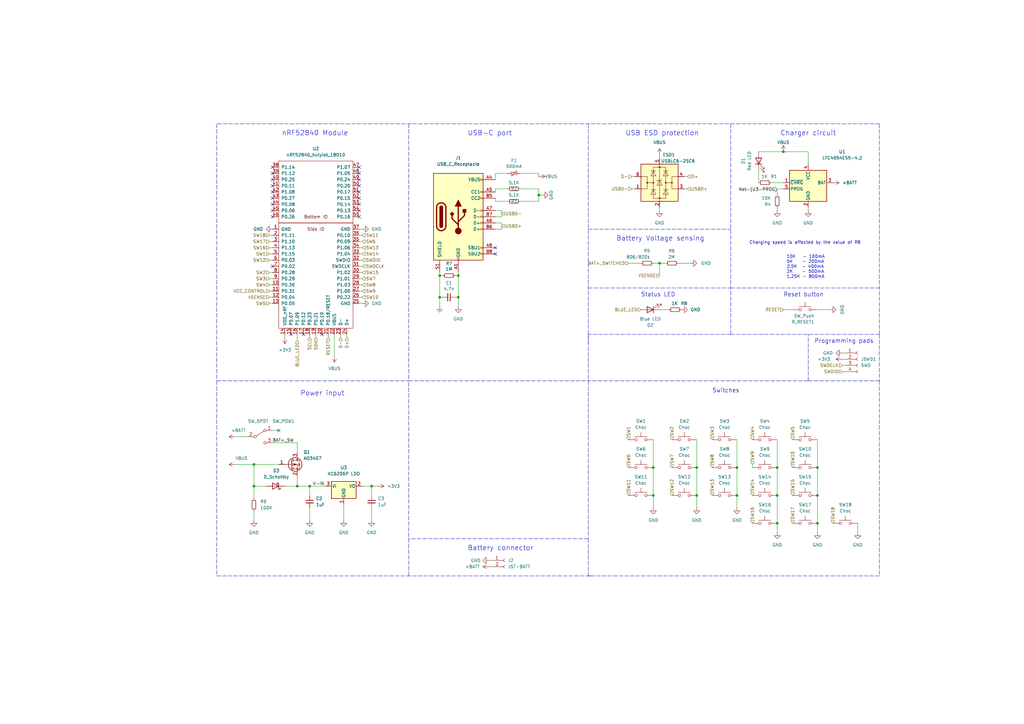
<source format=kicad_sch>
(kicad_sch (version 20230121) (generator eeschema)
  (paper "A3")
  (lib_symbols
    (symbol "Battery_Management:LTC4054ES5-4.2" (pin_names (offset 0.254))
      (property "Reference" "U" (at -5.842 6.604 0))
      (property "Value" "LTC4054ES5-4.2" (at 1.524 6.604 0))
      (symbol "LTC4054ES5-4.2_1_1"
        (pin open_collector line (at -10.16 0 0) (length 2.54) (name "~{CHRG}") (number "1"))
        (pin power_in line (at 0 -10.16 90) (length 2.54) (name "GND") (number "2"))
        (pin power_out line (at 10.16 0 180) (length 2.54) (name "BAT") (number "3"))
        (pin power_in line (at 0 7.62 270) (length 2.54) (name "VCC") (number "4"))
        (pin bidirectional line (at -10.16 -2.54 0) (length 2.54) (name "PROG") (number "5"))
      )
    )
    (symbol "Connector:Conn_01x02_Female" (pin_names (offset 1.016) hide)
      (property "Reference" "J" (at 0 2.54 0))
      (property "Value" "Conn_01x02_Female" (at 0 -5.08 0))
      (symbol "Conn_01x02_Female_1_1"
        (pin passive line (at -5.08 0 0) (length 3.81) (name "Pin_1") (number "1"))
        (pin passive line (at -5.08 -2.54 0) (length 3.81) (name "Pin_2") (number "2"))
      )
    )
    (symbol "Connector:Conn_01x04_Female" (pin_names (offset 1.016) hide)
      (property "Reference" "J" (at 0 5.08 0))
      (property "Value" "Conn_01x04_Female" (at 0 -7.62 0))
      (symbol "Conn_01x04_Female_1_1"
        (pin passive line (at -5.08 2.54 0) (length 3.81) (name "Pin_1") (number "1"))
        (pin passive line (at -5.08 0 0) (length 3.81) (name "Pin_2") (number "2"))
        (pin passive line (at -5.08 -2.54 0) (length 3.81) (name "Pin_3") (number "3"))
        (pin passive line (at -5.08 -5.08 0) (length 3.81) (name "Pin_4") (number "4"))
      )
    )
    (symbol "Connector:USB_C_Receptacle_USB2.0" (pin_names (offset 1.016))
      (property "Reference" "J" (at -10.16 19.05 0))
      (property "Value" "USB_C_Receptacle_USB2.0" (at 19.05 19.05 0))
      (symbol "USB_C_Receptacle_USB2.0_1_1"
        (pin passive line (at 0 -22.86 90) (length 5.08) (name "GND") (number "A1"))
        (pin passive line (at 0 -22.86 90) (length 5.08) hide (name "GND") (number "A12"))
        (pin passive line (at 15.24 15.24 180) (length 5.08) (name "VBUS") (number "A4"))
        (pin bidirectional line (at 15.24 10.16 180) (length 5.08) (name "CC1") (number "A5"))
        (pin bidirectional line (at 15.24 -2.54 180) (length 5.08) (name "D+") (number "A6"))
        (pin bidirectional line (at 15.24 2.54 180) (length 5.08) (name "D-") (number "A7"))
        (pin bidirectional line (at 15.24 -12.7 180) (length 5.08) (name "SBU1") (number "A8"))
        (pin passive line (at 15.24 15.24 180) (length 5.08) hide (name "VBUS") (number "A9"))
        (pin passive line (at 0 -22.86 90) (length 5.08) hide (name "GND") (number "B1"))
        (pin passive line (at 0 -22.86 90) (length 5.08) hide (name "GND") (number "B12"))
        (pin passive line (at 15.24 15.24 180) (length 5.08) hide (name "VBUS") (number "B4"))
        (pin bidirectional line (at 15.24 7.62 180) (length 5.08) (name "CC2") (number "B5"))
        (pin bidirectional line (at 15.24 -5.08 180) (length 5.08) (name "D+") (number "B6"))
        (pin bidirectional line (at 15.24 0 180) (length 5.08) (name "D-") (number "B7"))
        (pin bidirectional line (at 15.24 -15.24 180) (length 5.08) (name "SBU2") (number "B8"))
        (pin passive line (at 15.24 15.24 180) (length 5.08) hide (name "VBUS") (number "B9"))
        (pin passive line (at -7.62 -22.86 90) (length 5.08) (name "SHIELD") (number "S1"))
      )
    )
    (symbol "Device:C_Small" (pin_numbers hide) (pin_names (offset 0.254) hide)
      (property "Reference" "C" (at 0.254 1.778 0))
      (property "Value" "C_Small" (at 0.254 -2.032 0))
      (symbol "C_Small_1_1"
        (pin passive line (at 0 2.54 270) (length 2.032) (name "~") (number "1"))
        (pin passive line (at 0 -2.54 90) (length 2.032) (name "~") (number "2"))
      )
    )
    (symbol "Device:D_Schottky" (pin_numbers hide) (pin_names (offset 1.016) hide)
      (property "Reference" "D" (at 0 2.54 0))
      (property "Value" "D_Schottky" (at 0 -2.54 0))
      (symbol "D_Schottky_1_1"
        (pin passive line (at -3.81 0 0) (length 2.54) (name "K") (number "1"))
        (pin passive line (at 3.81 0 180) (length 2.54) (name "A") (number "2"))
      )
    )
    (symbol "Device:LED" (pin_numbers hide) (pin_names (offset 1.016) hide)
      (property "Reference" "D" (at 0 2.54 0))
      (property "Value" "LED" (at 0 -2.54 0))
      (symbol "LED_1_1"
        (pin passive line (at -3.81 0 0) (length 2.54) (name "K") (number "1"))
        (pin passive line (at 3.81 0 180) (length 2.54) (name "A") (number "2"))
      )
    )
    (symbol "Device:Polyfuse_Small" (pin_numbers hide) (pin_names (offset 0))
      (property "Reference" "F" (at -1.905 0 90))
      (property "Value" "Polyfuse_Small" (at 1.905 0 90))
      (symbol "Polyfuse_Small_1_1"
        (pin passive line (at 0 2.54 270) (length 0.635) (name "~") (number "1"))
        (pin passive line (at 0 -2.54 90) (length 0.635) (name "~") (number "2"))
      )
    )
    (symbol "Device:R_Small" (pin_numbers hide) (pin_names (offset 0.254) hide)
      (property "Reference" "R" (at 0.762 0.508 0))
      (property "Value" "R_Small" (at 0.762 -1.016 0))
      (symbol "R_Small_1_1"
        (pin passive line (at 0 2.54 270) (length 0.762) (name "~") (number "1"))
        (pin passive line (at 0 -2.54 90) (length 0.762) (name "~") (number "2"))
      )
    )
    (symbol "Power_Protection:USBLC6-2SC6" (pin_names hide)
      (property "Reference" "U" (at 2.54 8.89 0))
      (property "Value" "USBLC6-2SC6" (at 2.54 -8.89 0))
      (symbol "USBLC6-2SC6_1_1"
        (pin passive line (at -10.16 -2.54 0) (length 2.54) (name "I/O1") (number "1"))
        (pin passive line (at 0 -10.16 90) (length 2.54) (name "GND") (number "2"))
        (pin passive line (at 10.16 -2.54 180) (length 2.54) (name "I/O2") (number "3"))
        (pin passive line (at 10.16 2.54 180) (length 2.54) (name "I/O2") (number "4"))
        (pin passive line (at 0 10.16 270) (length 2.54) (name "VBUS") (number "5"))
        (pin passive line (at -10.16 2.54 0) (length 2.54) (name "I/O1") (number "6"))
      )
    )
    (symbol "Switch:SW_Push" (pin_numbers hide) (pin_names (offset 1.016) hide)
      (property "Reference" "SW" (at 1.27 2.54 0))
      (property "Value" "SW_Push" (at 0 -1.524 0))
      (symbol "SW_Push_0_1"
        (pin passive line (at -5.08 0 0) (length 2.54) (name "1") (number "1"))
        (pin passive line (at 5.08 0 180) (length 2.54) (name "2") (number "2"))
      )
    )
    (symbol "Switch:SW_SPDT" (pin_names (offset 0) hide)
      (property "Reference" "SW" (at 0 4.318 0))
      (property "Value" "SW_SPDT" (at 0 -5.08 0))
      (symbol "SW_SPDT_1_1"
        (pin passive line (at 5.08 2.54 180) (length 2.54) (name "A") (number "1"))
        (pin passive line (at -5.08 0 0) (length 2.54) (name "B") (number "2"))
        (pin passive line (at 5.08 -2.54 180) (length 2.54) (name "C") (number "3"))
      )
    )
    (symbol "Transistor_FET:AO3401A" (pin_names hide)
      (property "Reference" "Q" (at 5.08 1.905 0))
      (property "Value" "AO3401A" (at 5.08 0 0))
      (symbol "AO3401A_1_1"
        (pin input line (at -5.08 0 0) (length 2.54) (name "G") (number "1"))
        (pin passive line (at 2.54 -5.08 90) (length 2.54) (name "S") (number "2"))
        (pin passive line (at 2.54 5.08 270) (length 2.54) (name "D") (number "3"))
      )
    )
    (symbol "kicad-keyboard-parts:XC6206PxxxMR-Regulator_Linear" (pin_names (offset 0.254))
      (property "Reference" "U" (at -3.81 3.175 0))
      (property "Value" "XC6206PxxxMR-Regulator_Linear" (at 0 3.175 0))
      (property "LCSC" "C5446" (at 0 0 0))
      (symbol "XC6206PxxxMR-Regulator_Linear_1_1"
        (pin power_in line (at 0 -7.62 90) (length 2.54) (name "GND") (number "1"))
        (pin power_out line (at 7.62 0 180) (length 2.54) (name "VO") (number "2"))
        (pin power_in line (at -7.62 0 0) (length 2.54) (name "VI") (number "3"))
      )
    )
    (symbol "kicad-keyboard-parts:nRF52840_holyiot_18010" (pin_names (offset 1.016))
      (property "Reference" "U" (at -2.54 39.37 0))
      (property "Value" "nRF52840_holyiot_18010" (at 0 36.83 0))
      (symbol "nRF52840_holyiot_18010_0_0"
        (text "Bottom IO" (at 0 11.43 0) (effects (font (size 1.27 1.27))))
        (text "Side IO" (at 0 6.35 0) (effects (font (size 1.27 1.27))))
      )
      (symbol "nRF52840_holyiot_18010_1_1"
        (pin power_in line (at -17.78 6.35 0) (length 2.54) (name "GND") (number "1"))
        (pin bidirectional line (at -17.78 -16.51 0) (length 2.54) (name "P0.30") (number "10"))
        (pin bidirectional line (at -17.78 -19.05 0) (length 2.54) (name "P0.31") (number "11"))
        (pin bidirectional line (at -17.78 -21.59 0) (length 2.54) (name "P0.04") (number "12"))
        (pin bidirectional line (at -17.78 -24.13 0) (length 2.54) (name "P0.05") (number "13"))
        (pin power_in line (at -12.7 -36.83 90) (length 2.54) (name "VDD_nRF") (number "14"))
        (pin bidirectional line (at -10.16 -36.83 90) (length 2.54) (name "P0.07") (number "15"))
        (pin bidirectional line (at -7.62 -36.83 90) (length 2.54) (name "P1.09") (number "16"))
        (pin bidirectional line (at -5.08 -36.83 90) (length 2.54) (name "P0.12") (number "17"))
        (pin bidirectional line (at -2.54 -36.83 90) (length 2.54) (name "P0.23") (number "18"))
        (pin bidirectional line (at 0 -36.83 90) (length 2.54) (name "P0.21") (number "19"))
        (pin bidirectional line (at -17.78 3.81 0) (length 2.54) (name "P1.11") (number "2"))
        (pin bidirectional line (at 2.54 -36.83 90) (length 2.54) (name "P0.19") (number "20"))
        (pin input line (at 5.08 -36.83 90) (length 2.54) (name "P0.18/RESET") (number "21"))
        (pin power_in line (at 7.62 -36.83 90) (length 2.54) (name "VBUS") (number "22"))
        (pin bidirectional line (at 10.16 -36.83 90) (length 2.54) (name "D-") (number "23"))
        (pin bidirectional line (at 12.7 -36.83 90) (length 2.54) (name "D+") (number "24"))
        (pin power_in line (at 17.78 -24.13 180) (length 2.54) (name "GND") (number "25"))
        (pin bidirectional line (at 17.78 -21.59 180) (length 2.54) (name "P0.22") (number "26"))
        (pin bidirectional line (at 17.78 -19.05 180) (length 2.54) (name "P1.00") (number "27"))
        (pin bidirectional line (at 17.78 -16.51 180) (length 2.54) (name "P1.03") (number "28"))
        (pin bidirectional line (at 17.78 -13.97 180) (length 2.54) (name "P1.01") (number "29"))
        (pin bidirectional line (at -17.78 1.27 0) (length 2.54) (name "P1.10") (number "3"))
        (pin bidirectional line (at 17.78 -11.43 180) (length 2.54) (name "P1.02") (number "30"))
        (pin bidirectional line (at 17.78 -8.89 180) (length 2.54) (name "SWDCLK") (number "31"))
        (pin bidirectional line (at 17.78 -6.35 180) (length 2.54) (name "SWDIO") (number "32"))
        (pin bidirectional line (at 17.78 -3.81 180) (length 2.54) (name "P1.04") (number "33"))
        (pin bidirectional line (at 17.78 -1.27 180) (length 2.54) (name "P1.06") (number "34"))
        (pin bidirectional line (at 17.78 1.27 180) (length 2.54) (name "P0.09") (number "35"))
        (pin bidirectional line (at 17.78 3.81 180) (length 2.54) (name "P0.10") (number "36"))
        (pin power_in line (at 17.78 6.35 180) (length 2.54) (name "GND") (number "37"))
        (pin bidirectional line (at -17.78 31.75 0) (length 2.54) (name "P1.14") (number "38"))
        (pin bidirectional line (at -17.78 29.21 0) (length 2.54) (name "P1.12") (number "39"))
        (pin bidirectional line (at -17.78 -1.27 0) (length 2.54) (name "P1.13") (number "4"))
        (pin bidirectional line (at -17.78 26.67 0) (length 2.54) (name "P0.25") (number "40"))
        (pin bidirectional line (at -17.78 24.13 0) (length 2.54) (name "P0.11") (number "41"))
        (pin bidirectional line (at -17.78 21.59 0) (length 2.54) (name "P1.08") (number "42"))
        (pin bidirectional line (at -17.78 19.05 0) (length 2.54) (name "P0.27") (number "43"))
        (pin bidirectional line (at -17.78 16.51 0) (length 2.54) (name "P0.08") (number "44"))
        (pin bidirectional line (at -17.78 13.97 0) (length 2.54) (name "P0.06") (number "45"))
        (pin bidirectional line (at -17.78 11.43 0) (length 2.54) (name "P0.26") (number "46"))
        (pin bidirectional line (at 17.78 31.75 180) (length 2.54) (name "P1.07") (number "47"))
        (pin bidirectional line (at 17.78 29.21 180) (length 2.54) (name "P1.05") (number "48"))
        (pin bidirectional line (at 17.78 26.67 180) (length 2.54) (name "P0.24") (number "49"))
        (pin bidirectional line (at -17.78 -3.81 0) (length 2.54) (name "P1.15") (number "5"))
        (pin bidirectional line (at 17.78 24.13 180) (length 2.54) (name "P0.20") (number "50"))
        (pin bidirectional line (at 17.78 21.59 180) (length 2.54) (name "P0.17") (number "51"))
        (pin bidirectional line (at 17.78 19.05 180) (length 2.54) (name "P0.15") (number "52"))
        (pin bidirectional line (at 17.78 16.51 180) (length 2.54) (name "P0.14") (number "53"))
        (pin bidirectional line (at 17.78 13.97 180) (length 2.54) (name "P0.13") (number "54"))
        (pin bidirectional line (at 17.78 11.43 180) (length 2.54) (name "P0.16") (number "55"))
        (pin bidirectional line (at -17.78 -6.35 0) (length 2.54) (name "P0.03") (number "6"))
        (pin bidirectional line (at -17.78 -8.89 0) (length 2.54) (name "P0.02") (number "7"))
        (pin bidirectional line (at -17.78 -11.43 0) (length 2.54) (name "P0.28") (number "8"))
        (pin bidirectional line (at -17.78 -13.97 0) (length 2.54) (name "P0.29") (number "9"))
      )
    )
    (symbol "power:+3.3V" (power) (pin_names (offset 0))
      (property "Value" "+3.3V" (at 0 3.556 0))
      (symbol "+3.3V_1_1"
        (pin power_in line (at 0 0 90) (length 0) hide (name "+3V3") (number "1"))
      )
    )
    (symbol "power:+BATT" (power) (pin_names (offset 0))
      (property "Value" "+BATT" (at 0 3.556 0))
      (symbol "+BATT_1_1"
        (pin power_in line (at 0 0 90) (length 0) hide (name "+BATT") (number "1"))
      )
    )
    (symbol "power:Earth" (power) (pin_names (offset 0))
      (symbol "Earth_1_1"
        (pin power_in line (at 0 0 270) (length 0) hide (name "Earth") (number "1"))
      )
    )
    (symbol "power:GND" (power) (pin_names (offset 0))
      (property "Value" "GND" (at 0 -3.81 0))
      (symbol "GND_1_1"
        (pin power_in line (at 0 0 270) (length 0) hide (name "GND") (number "1"))
      )
    )
    (symbol "power:VBUS" (power) (pin_names (offset 0))
      (property "Value" "VBUS" (at 0 3.81 0))
      (symbol "VBUS_1_1"
        (pin power_in line (at 0 0 90) (length 0) hide (name "VBUS") (number "1"))
      )
    )
  )
  (junction (at 104.14 199.39))
  (junction (at 318.77 203.2))
  (junction (at 270.51 107.95))
  (junction (at 187.96 113.03))
  (junction (at 152.4 199.39))
  (junction (at 180.34 121.92))
  (junction (at 220.98 80.01))
  (junction (at 285.75 191.77))
  (junction (at 104.14 190.5))
  (junction (at 335.28 191.77))
  (junction (at 318.77 191.77))
  (junction (at 302.26 203.2))
  (junction (at 267.97 191.77))
  (junction (at 302.26 191.77))
  (junction (at 318.77 214.63))
  (junction (at 267.97 203.2))
  (junction (at 121.92 199.39))
  (junction (at 187.96 121.92))
  (junction (at 335.28 214.63))
  (junction (at 285.75 203.2))
  (junction (at 180.34 113.03))
  (junction (at 127 199.39))
  (junction (at 321.31 62.23))
  (junction (at 335.28 203.2))
  (no_connect (at 111.76 81.28))
  (no_connect (at 124.46 137.16))
  (no_connect (at 147.32 83.82))
  (no_connect (at 111.76 68.58))
  (no_connect (at 147.32 88.9))
  (no_connect (at 111.76 76.2))
  (no_connect (at 111.76 73.66))
  (no_connect (at 147.32 81.28))
  (no_connect (at 119.38 137.16))
  (no_connect (at 203.2 101.6))
  (no_connect (at 111.76 71.12))
  (no_connect (at 111.76 88.9))
  (no_connect (at 147.32 71.12))
  (no_connect (at 147.32 68.58))
  (no_connect (at 111.76 78.74))
  (no_connect (at 132.08 137.16))
  (no_connect (at 147.32 86.36))
  (no_connect (at 111.76 109.22))
  (no_connect (at 203.2 104.14))
  (no_connect (at 147.32 78.74))
  (no_connect (at 111.76 86.36))
  (no_connect (at 111.76 83.82))
  (no_connect (at 114.3 176.53))
  (no_connect (at 147.32 76.2))
  (no_connect (at 147.32 73.66))
  (wire (pts (xy 152.4 208.28) (xy 152.4 213.36)))
  (wire (pts (xy 335.28 127) (xy 340.36 127)))
  (wire (pts (xy 270.51 107.95) (xy 270.51 113.03)))
  (wire (pts (xy 331.47 86.36) (xy 331.47 85.09)))
  (polyline (pts (xy 241.3 50.8) (xy 241.3 156.21)) (stroke (width 0) (type dash)))
  (wire (pts (xy 302.26 180.34) (xy 302.26 191.77)))
  (wire (pts (xy 308.61 190.5) (xy 308.61 191.77)))
  (wire (pts (xy 321.31 62.23) (xy 331.47 62.23)))
  (wire (pts (xy 104.14 213.36) (xy 104.14 209.55)))
  (wire (pts (xy 220.98 77.47) (xy 220.98 80.01)))
  (wire (pts (xy 148.59 121.92) (xy 147.32 121.92)))
  (polyline (pts (xy 241.3 236.22) (xy 242.57 236.22)) (stroke (width 0) (type dash)))
  (wire (pts (xy 345.44 147.32) (xy 346.71 147.32)))
  (polyline (pts (xy 360.68 50.8) (xy 88.9 50.8)) (stroke (width 0) (type dash)))
  (wire (pts (xy 203.2 88.9) (xy 205.74 88.9)))
  (wire (pts (xy 127 138.43) (xy 127 137.16)))
  (wire (pts (xy 187.96 121.92) (xy 187.96 113.03)))
  (wire (pts (xy 180.34 113.03) (xy 181.61 113.03)))
  (polyline (pts (xy 88.9 50.8) (xy 88.9 156.21)) (stroke (width 0) (type dash)))
  (wire (pts (xy 104.14 199.39) (xy 109.22 199.39)))
  (polyline (pts (xy 167.64 236.22) (xy 167.64 156.21)) (stroke (width 0) (type dash)))
  (wire (pts (xy 148.59 111.76) (xy 147.32 111.76)))
  (polyline (pts (xy 331.47 156.21) (xy 241.3 156.21)) (stroke (width 0) (type dash)))
  (polyline (pts (xy 88.9 156.21) (xy 167.64 156.21)) (stroke (width 0) (type dash)))
  (wire (pts (xy 318.77 180.34) (xy 318.77 191.77)))
  (wire (pts (xy 110.49 96.52) (xy 111.76 96.52)))
  (wire (pts (xy 267.97 107.95) (xy 270.51 107.95)))
  (wire (pts (xy 321.31 127) (xy 325.12 127)))
  (wire (pts (xy 152.4 199.39) (xy 152.4 203.2)))
  (wire (pts (xy 205.74 91.44) (xy 205.74 93.98)))
  (wire (pts (xy 104.14 190.5) (xy 104.14 199.39)))
  (wire (pts (xy 203.2 82.55) (xy 203.2 81.28)))
  (wire (pts (xy 335.28 191.77) (xy 335.28 203.2)))
  (wire (pts (xy 208.28 77.47) (xy 203.2 77.47)))
  (wire (pts (xy 285.75 180.34) (xy 285.75 191.77)))
  (wire (pts (xy 104.14 190.5) (xy 114.3 190.5)))
  (wire (pts (xy 270.51 107.95) (xy 273.05 107.95)))
  (wire (pts (xy 101.6 179.07) (xy 96.52 179.07)))
  (polyline (pts (xy 167.64 156.21) (xy 241.3 156.21)) (stroke (width 0) (type dash)))
  (wire (pts (xy 267.97 191.77) (xy 267.97 203.2)))
  (wire (pts (xy 104.14 199.39) (xy 104.14 204.47)))
  (wire (pts (xy 110.49 106.68) (xy 111.76 106.68)))
  (polyline (pts (xy 360.68 137.16) (xy 360.68 50.8)) (stroke (width 0) (type dash)))
  (wire (pts (xy 134.62 138.43) (xy 134.62 137.16)))
  (wire (pts (xy 316.23 74.93) (xy 321.31 74.93)))
  (wire (pts (xy 110.49 124.46) (xy 111.76 124.46)))
  (wire (pts (xy 127 208.28) (xy 127 213.36)))
  (wire (pts (xy 318.77 203.2) (xy 318.77 214.63)))
  (wire (pts (xy 137.16 137.16) (xy 137.16 146.05)))
  (wire (pts (xy 148.59 93.98) (xy 147.32 93.98)))
  (polyline (pts (xy 360.68 156.21) (xy 360.68 236.22)) (stroke (width 0) (type dash)))
  (wire (pts (xy 186.69 113.03) (xy 187.96 113.03)))
  (wire (pts (xy 148.59 114.3) (xy 147.32 114.3)))
  (polyline (pts (xy 360.68 137.16) (xy 360.68 156.21)) (stroke (width 0) (type dash)))
  (polyline (pts (xy 88.9 236.22) (xy 167.64 236.22)) (stroke (width 0) (type dash)))
  (wire (pts (xy 335.28 203.2) (xy 335.28 214.63)))
  (wire (pts (xy 203.2 86.36) (xy 205.74 86.36)))
  (wire (pts (xy 187.96 125.73) (xy 187.96 121.92)))
  (wire (pts (xy 321.31 77.47) (xy 318.77 77.47)))
  (wire (pts (xy 302.26 203.2) (xy 302.26 208.28)))
  (wire (pts (xy 270.51 127) (xy 274.32 127)))
  (wire (pts (xy 345.44 152.4) (xy 346.71 152.4)))
  (wire (pts (xy 121.92 185.42) (xy 121.92 181.61)))
  (polyline (pts (xy 299.72 137.16) (xy 241.3 137.16)) (stroke (width 0) (type dash)))
  (wire (pts (xy 110.49 116.84) (xy 111.76 116.84)))
  (polyline (pts (xy 241.3 220.98) (xy 167.64 220.98)) (stroke (width 0) (type dash)))
  (polyline (pts (xy 241.3 137.16) (xy 241.3 140.97)) (stroke (width 0) (type dash)))
  (wire (pts (xy 148.59 104.14) (xy 147.32 104.14)))
  (wire (pts (xy 180.34 125.73) (xy 180.34 121.92)))
  (wire (pts (xy 220.98 80.01) (xy 222.25 80.01)))
  (wire (pts (xy 148.59 109.22) (xy 147.32 109.22)))
  (wire (pts (xy 220.98 71.12) (xy 213.36 71.12)))
  (wire (pts (xy 205.74 86.36) (xy 205.74 88.9)))
  (wire (pts (xy 148.59 199.39) (xy 152.4 199.39)))
  (wire (pts (xy 116.84 199.39) (xy 121.92 199.39)))
  (wire (pts (xy 110.49 121.92) (xy 111.76 121.92)))
  (wire (pts (xy 203.2 73.66) (xy 203.2 71.12)))
  (wire (pts (xy 318.77 77.47) (xy 318.77 80.01)))
  (wire (pts (xy 140.97 207.01) (xy 140.97 213.36)))
  (wire (pts (xy 318.77 214.63) (xy 318.77 218.44)))
  (wire (pts (xy 148.59 96.52) (xy 147.32 96.52)))
  (wire (pts (xy 148.59 106.68) (xy 147.32 106.68)))
  (wire (pts (xy 220.98 82.55) (xy 213.36 82.55)))
  (wire (pts (xy 270.51 86.36) (xy 270.51 85.09)))
  (wire (pts (xy 148.59 119.38) (xy 147.32 119.38)))
  (polyline (pts (xy 241.3 220.98) (xy 241.3 236.22)) (stroke (width 0) (type dash)))
  (polyline (pts (xy 331.47 156.21) (xy 331.47 137.16)) (stroke (width 0) (type dash)))
  (wire (pts (xy 267.97 180.34) (xy 267.97 191.77)))
  (wire (pts (xy 116.84 138.43) (xy 116.84 137.16)))
  (wire (pts (xy 111.76 176.53) (xy 114.3 176.53)))
  (wire (pts (xy 220.98 77.47) (xy 213.36 77.47)))
  (wire (pts (xy 180.34 113.03) (xy 180.34 121.92)))
  (wire (pts (xy 318.77 85.09) (xy 318.77 86.36)))
  (wire (pts (xy 110.49 114.3) (xy 111.76 114.3)))
  (polyline (pts (xy 88.9 156.21) (xy 88.9 236.22)) (stroke (width 0) (type dash)))
  (wire (pts (xy 148.59 101.6) (xy 147.32 101.6)))
  (wire (pts (xy 259.08 77.47) (xy 260.35 77.47)))
  (wire (pts (xy 203.2 77.47) (xy 203.2 78.74)))
  (wire (pts (xy 285.75 191.77) (xy 285.75 203.2)))
  (wire (pts (xy 127 199.39) (xy 133.35 199.39)))
  (wire (pts (xy 281.94 77.47) (xy 280.67 77.47)))
  (wire (pts (xy 129.54 138.43) (xy 129.54 137.16)))
  (wire (pts (xy 302.26 191.77) (xy 302.26 203.2)))
  (polyline (pts (xy 241.3 156.21) (xy 241.3 220.98)) (stroke (width 0) (type dash)))
  (wire (pts (xy 203.2 82.55) (xy 208.28 82.55)))
  (polyline (pts (xy 167.64 50.8) (xy 167.64 156.21)) (stroke (width 0) (type dash)))
  (wire (pts (xy 148.59 99.06) (xy 147.32 99.06)))
  (wire (pts (xy 148.59 116.84) (xy 147.32 116.84)))
  (wire (pts (xy 335.28 180.34) (xy 335.28 191.77)))
  (polyline (pts (xy 241.3 236.22) (xy 241.3 236.22)) (stroke (width 0) (type dash)))
  (polyline (pts (xy 241.3 93.98) (xy 299.72 93.98)) (stroke (width 0) (type dash)))
  (wire (pts (xy 121.92 137.16) (xy 121.92 139.7)))
  (wire (pts (xy 267.97 203.2) (xy 267.97 208.28)))
  (wire (pts (xy 148.59 124.46) (xy 147.32 124.46)))
  (wire (pts (xy 270.51 63.5) (xy 270.51 64.77)))
  (wire (pts (xy 96.52 190.5) (xy 104.14 190.5)))
  (wire (pts (xy 220.98 80.01) (xy 220.98 82.55)))
  (wire (pts (xy 121.92 195.58) (xy 121.92 199.39)))
  (wire (pts (xy 203.2 93.98) (xy 205.74 93.98)))
  (wire (pts (xy 345.44 144.78) (xy 346.71 144.78)))
  (wire (pts (xy 311.15 62.23) (xy 321.31 62.23)))
  (wire (pts (xy 281.94 72.39) (xy 280.67 72.39)))
  (wire (pts (xy 110.49 104.14) (xy 111.76 104.14)))
  (wire (pts (xy 110.49 111.76) (xy 111.76 111.76)))
  (polyline (pts (xy 360.68 236.22) (xy 167.64 236.22)) (stroke (width 0) (type dash)))
  (wire (pts (xy 180.34 121.92) (xy 181.61 121.92)))
  (wire (pts (xy 203.2 71.12) (xy 208.28 71.12)))
  (wire (pts (xy 259.08 72.39) (xy 260.35 72.39)))
  (polyline (pts (xy 299.72 118.11) (xy 360.68 118.11)) (stroke (width 0) (type dash)))
  (wire (pts (xy 257.81 107.95) (xy 262.89 107.95)))
  (wire (pts (xy 180.34 113.03) (xy 180.34 111.76)))
  (wire (pts (xy 121.92 199.39) (xy 127 199.39)))
  (wire (pts (xy 351.79 214.63) (xy 351.79 218.44)))
  (wire (pts (xy 200.66 232.41) (xy 201.93 232.41)))
  (wire (pts (xy 111.76 181.61) (xy 121.92 181.61)))
  (wire (pts (xy 311.15 69.85) (xy 311.15 74.93)))
  (polyline (pts (xy 299.72 137.16) (xy 360.68 137.16)) (stroke (width 0) (type dash)))
  (wire (pts (xy 285.75 203.2) (xy 285.75 208.28)))
  (wire (pts (xy 127 199.39) (xy 127 203.2)))
  (wire (pts (xy 110.49 101.6) (xy 111.76 101.6)))
  (wire (pts (xy 200.66 229.87) (xy 201.93 229.87)))
  (wire (pts (xy 186.69 121.92) (xy 187.96 121.92)))
  (wire (pts (xy 142.24 138.43) (xy 142.24 137.16)))
  (wire (pts (xy 187.96 113.03) (xy 187.96 111.76)))
  (polyline (pts (xy 299.72 50.8) (xy 299.72 137.16)) (stroke (width 0) (type dash)))
  (wire (pts (xy 203.2 91.44) (xy 205.74 91.44)))
  (wire (pts (xy 345.44 149.86) (xy 346.71 149.86)))
  (wire (pts (xy 110.49 119.38) (xy 111.76 119.38)))
  (polyline (pts (xy 241.3 118.11) (xy 299.72 118.11)) (stroke (width 0) (type dash)))
  (wire (pts (xy 331.47 62.23) (xy 331.47 67.31)))
  (wire (pts (xy 139.7 138.43) (xy 139.7 137.16)))
  (polyline (pts (xy 360.68 156.21) (xy 331.47 156.21)) (stroke (width 0) (type dash)))
  (wire (pts (xy 335.28 214.63) (xy 335.28 218.44)))
  (wire (pts (xy 278.13 107.95) (xy 283.21 107.95)))
  (wire (pts (xy 110.49 99.06) (xy 111.76 99.06)))
  (wire (pts (xy 220.98 71.12) (xy 220.98 72.39)))
  (wire (pts (xy 152.4 199.39) (xy 154.94 199.39)))
  (wire (pts (xy 318.77 191.77) (xy 318.77 203.2)))
  (text "Status LED" (at 262.89 121.92 0) (effects (font (size 1.7 1.7)) (justify left bottom)))
  (text "Reset button" (at 321.31 121.92 0) (effects (font (size 1.7 1.7)) (justify left bottom)))
  (text "Battery connector" (at 191.77 226.06 0) (effects (font (size 2 2)) (justify left bottom)))
  (text "Power input" (at 123.19 162.56 0) (effects (font (size 2 2)) (justify left bottom)))
  (text "Switches" (at 292.1 161.29 0) (effects (font (size 1.7 1.7)) (justify left bottom)))
  (text "Charging speed is affected by the value of R8" (at 307.34 100.33 0) (effects (font (size 1.27 1.27)) (justify left bottom)))
  (text "Battery Voltage sensing" (at 252.73 99.06 0) (effects (font (size 2 2)) (justify left bottom)))
  (text "10K   - 100mA\n5K    - 200mA\n2.5K  - 400mA\n2K    - 500mA\n1.25K - 800mA" (at 322.58 114.3 0) (effects (font (size 1.27 1.27)) (justify left bottom)))
  (text "USB ESD protection" (at 256.54 55.88 0) (effects (font (size 2 2)) (justify left bottom)))
  (text "nRF52840 Module" (at 115.57 55.88 0) (effects (font (size 2 2)) (justify left bottom)))
  (text "Programming pads" (at 334.01 140.97 0) (effects (font (size 1.7 1.7)) (justify left bottom)))
  (text "Charger circuit" (at 320.04 55.88 0) (effects (font (size 2 2)) (justify left bottom)))
  (text "USB-C port" (at 191.77 55.88 0) (effects (font (size 2 2)) (justify left bottom)))
  (label "Net-(U3-PROG)" (at 318.77 78.74 180))
  (label "V-IN" (at 128.27 199.39 0))
  (label "BAT+_SW" (at 111.76 181.61 0))
  (hierarchical_label "USBD-" (shape input) (at 205.74 87.63 0))
  (hierarchical_label "BLUE_LED" (shape input) (at 262.89 127 180))
  (hierarchical_label "SWDIO" (shape input) (at 345.44 152.4 180))
  (hierarchical_label "USBD+" (shape input) (at 205.74 92.71 0))
  (hierarchical_label "SW4" (shape input) (at 110.49 116.84 180))
  (hierarchical_label "D-" (shape input) (at 259.08 72.39 180))
  (hierarchical_label "SW13" (shape input) (at 292.1 203.2 90))
  (hierarchical_label "SW4" (shape input) (at 308.61 180.34 90))
  (hierarchical_label "SW5" (shape input) (at 325.12 180.34 90))
  (hierarchical_label "USBD+" (shape input) (at 281.94 77.47 0))
  (hierarchical_label "SW7" (shape input) (at 148.59 114.3 0))
  (hierarchical_label "VCC_CONTROL" (shape input) (at 110.49 119.38 180))
  (hierarchical_label "VSENSE" (shape input) (at 110.49 121.92 180))
  (hierarchical_label "SW14" (shape input) (at 308.61 203.2 90))
  (hierarchical_label "SW13" (shape input) (at 148.59 101.6 0))
  (hierarchical_label "SW11" (shape input) (at 257.81 203.2 90))
  (hierarchical_label "D-" (shape input) (at 139.7 138.43 270))
  (hierarchical_label "USBD-" (shape input) (at 259.08 77.47 180))
  (hierarchical_label "SW10" (shape input) (at 148.59 121.92 0))
  (hierarchical_label "SW2" (shape input) (at 275.59 180.34 90))
  (hierarchical_label "SW6" (shape input) (at 148.59 99.06 0))
  (hierarchical_label "BLUE_LED" (shape input) (at 121.92 139.7 270))
  (hierarchical_label "SW18" (shape input) (at 110.49 96.52 180))
  (hierarchical_label "RESET" (shape input) (at 134.62 138.43 270))
  (hierarchical_label "SW16" (shape input) (at 110.49 101.6 180))
  (hierarchical_label "SW12" (shape input) (at 110.49 106.68 180))
  (hierarchical_label "SW5" (shape input) (at 110.49 124.46 180))
  (hierarchical_label "SWDIO" (shape input) (at 148.59 106.68 0))
  (hierarchical_label "SW15" (shape input) (at 325.12 203.2 90))
  (hierarchical_label "SW17" (shape input) (at 110.49 99.06 180))
  (hierarchical_label "SW10" (shape input) (at 325.12 191.77 90))
  (hierarchical_label "SW9" (shape input) (at 308.61 190.5 90))
  (hierarchical_label "SW1" (shape input) (at 257.81 180.34 90))
  (hierarchical_label "SCL" (shape input) (at 127 138.43 270))
  (hierarchical_label "SW8" (shape input) (at 292.1 191.77 90))
  (hierarchical_label "SWDCLK" (shape input) (at 345.44 149.86 180))
  (hierarchical_label "BAT+_SWITCHED" (shape input) (at 257.81 107.95 180))
  (hierarchical_label "SW18" (shape input) (at 341.63 214.63 90))
  (hierarchical_label "SWDCLK" (shape input) (at 148.59 109.22 0))
  (hierarchical_label "SW6" (shape input) (at 257.81 191.77 90))
  (hierarchical_label "SW12" (shape input) (at 275.59 203.2 90))
  (hierarchical_label "SW7" (shape input) (at 275.59 191.77 90))
  (hierarchical_label "D+" (shape input) (at 281.94 72.39 0))
  (hierarchical_label "SDA" (shape input) (at 129.54 138.43 270))
  (hierarchical_label "SW3" (shape input) (at 110.49 114.3 180))
  (hierarchical_label "SW16" (shape input) (at 308.61 214.63 90))
  (hierarchical_label "D+" (shape input) (at 142.24 138.43 270))
  (hierarchical_label "SW2" (shape input) (at 110.49 111.76 180))
  (hierarchical_label "RESET" (shape input) (at 321.31 127 180))
  (hierarchical_label "SW14" (shape input) (at 148.59 104.14 0))
  (hierarchical_label "VSENSE" (shape input) (at 270.51 113.03 180))
  (hierarchical_label "SW11" (shape input) (at 148.59 96.52 0))
  (hierarchical_label "SW8" (shape input) (at 148.59 116.84 0))
  (hierarchical_label "SW1" (shape input) (at 110.49 104.14 180))
  (hierarchical_label "SW3" (shape input) (at 292.1 180.34 90))
  (hierarchical_label "SW17" (shape input) (at 325.12 214.63 90))
  (hierarchical_label "SW9" (shape input) (at 148.59 119.38 0))
  (hierarchical_label "SW15" (shape input) (at 148.59 111.76 0))
  (symbol (lib_id "power:VBUS") (at 270.51 63.5 0) (unit 1)
    (property "Reference" "#PWR02" (effects hide))
    (property "Value" "VBUS" (at 270.51 58.42 0))
  )
  (symbol (lib_id "power:GND") (at 111.76 93.98 270) (unit 1)
    (property "Reference" "#PWR09" (effects hide))
    (property "Value" "GND" (at 107.95 93.9799 90) (effects (justify right)))
  )
  (symbol (lib_id "Switch:SW_Push") (at 262.89 191.77 0) (unit 1)
    (property "Reference" "SW6" (at 262.89 184.15 0))
    (property "Value" "Choc" (at 262.89 186.69 0))
    (property "Footprint" "carpo:SW_Hotswap_Kailh_Choc_V1" (effects hide))
  )
  (symbol (lib_id "Device:R_Small") (at 210.82 77.47 90) (unit 1)
    (property "Reference" "R2" (at 210.82 77.47 90))
    (property "Value" "5.1K" (at 210.82 74.93 90))
    (property "Footprint" "Resistor_SMD:R_0603_1608Metric" (effects hide))
  )
  (symbol (lib_id "Device:C_Small") (at 127 205.74 0) (unit 1)
    (property "Reference" "C2" (at 129.54 204.4762 0) (effects (justify left)))
    (property "Value" "1uF" (at 129.54 207.0162 0) (effects (justify left)))
    (property "Footprint" "Capacitor_SMD:C_0603_1608Metric" (effects hide))
  )
  (symbol (lib_id "Device:R_Small") (at 313.69 74.93 90) (unit 1)
    (property "Reference" "R1" (at 318.77 72.39 90) (effects (justify left)))
    (property "Value" "1K" (at 314.96 72.39 90) (effects (justify left)))
    (property "Footprint" "Resistor_SMD:R_0603_1608Metric" (effects hide))
  )
  (symbol (lib_id "power:+3.3V") (at 116.84 138.43 180) (unit 1)
    (property "Reference" "#PWR017" (effects hide))
    (property "Value" "+3.3V" (at 116.84 143.51 0))
  )
  (symbol (lib_id "power:GND") (at 222.25 80.01 90) (unit 1)
    (property "Reference" "#PWR05" (effects hide))
    (property "Value" "GND" (at 226.06 80.01 0))
  )
  (symbol (lib_id "Transistor_FET:AO3401A") (at 119.38 190.5 0) (unit 1)
    (property "Reference" "Q1" (at 124.46 185.42 0) (effects (justify left)))
    (property "Value" "AO3407" (at 124.46 187.96 0) (effects (justify left)))
    (property "Footprint" "Package_TO_SOT_SMD:SOT-23" (effects hide))
    (property "Datasheet" "http://www.aosmd.com/pdfs/datasheet/AO3401A.pdf" (effects hide))
  )
  (symbol (lib_id "Switch:SW_Push") (at 330.2 180.34 0) (unit 1)
    (property "Reference" "SW5" (at 330.2 172.72 0))
    (property "Value" "Choc" (at 330.2 175.26 0))
    (property "Footprint" "carpo:SW_Hotswap_Kailh_Choc_V1" (effects hide))
  )
  (symbol (lib_id "power:GND") (at 270.51 86.36 0) (unit 1)
    (property "Reference" "#PWR06" (effects hide))
    (property "Value" "GND" (at 270.51 91.44 0))
  )
  (symbol (lib_id "power:GND") (at 148.59 124.46 90) (unit 1)
    (property "Reference" "#PWR012" (effects hide))
    (property "Value" "GND" (at 152.4 124.4599 90) (effects (justify right)))
  )
  (symbol (lib_id "Switch:SW_Push") (at 262.89 203.2 0) (unit 1)
    (property "Reference" "SW11" (at 262.89 195.58 0))
    (property "Value" "Choc" (at 262.89 198.12 0))
    (property "Footprint" "carpo:SW_Hotswap_Kailh_Choc_V1" (effects hide))
  )
  (symbol (lib_id "Switch:SW_Push") (at 297.18 203.2 0) (unit 1)
    (property "Reference" "SW13" (at 297.18 195.58 0))
    (property "Value" "Choc" (at 297.18 198.12 0))
    (property "Footprint" "carpo:SW_Hotswap_Kailh_Choc_V1" (effects hide))
  )
  (symbol (lib_id "Device:D_Schottky") (at 113.03 199.39 180) (unit 1)
    (property "Reference" "D3" (at 113.3475 193.04 0))
    (property "Value" "D_Schottky" (at 113.3475 195.58 0))
    (property "Footprint" "Diode_SMD:D_SOD-323_HandSoldering" (effects hide))
  )
  (symbol (lib_id "power:VBUS") (at 220.98 72.39 270) (unit 1)
    (property "Reference" "#PWR03" (effects hide))
    (property "Value" "VBUS" (at 226.06 72.39 90))
  )
  (symbol (lib_id "power:GND") (at 127 213.36 0) (unit 1)
    (property "Reference" "#PWR028" (effects hide))
    (property "Value" "GND" (at 127 218.44 0))
  )
  (symbol (lib_id "power:VBUS") (at 96.52 190.5 90) (unit 1)
    (property "Reference" "#PWR022" (effects hide))
    (property "Value" "VBUS" (at 101.6 187.96 90) (effects (justify left)))
  )
  (symbol (lib_id "power:GND") (at 335.28 218.44 0) (unit 1)
    (property "Reference" "#PWR032" (effects hide))
    (property "Value" "GND" (at 335.28 223.52 0))
  )
  (symbol (lib_id "power:GND") (at 318.77 86.36 0) (unit 1)
    (property "Reference" "#PWR07" (effects hide))
    (property "Value" "GND" (at 318.77 91.44 0))
  )
  (symbol (lib_id "Device:LED") (at 266.7 127 180) (unit 1)
    (property "Reference" "D2" (at 266.7 133.35 0))
    (property "Value" "Blue LED" (at 266.7 130.81 0))
    (property "Footprint" "LED_SMD:LED_0603_1608Metric" (effects hide))
  )
  (symbol (lib_id "Device:C_Small") (at 152.4 205.74 0) (unit 1)
    (property "Reference" "C3" (at 154.94 204.4762 0) (effects (justify left)))
    (property "Value" "1uF" (at 154.94 207.0162 0) (effects (justify left)))
    (property "Footprint" "Capacitor_SMD:C_0603_1608Metric" (effects hide))
  )
  (symbol (lib_id "Connector:Conn_01x04_Female") (at 351.79 147.32 0) (unit 1)
    (property "Reference" "JSWD1" (at 353.06 147.32 0) (effects (justify left)))
    (property "Value" "SWD" (at 353.06 149.86 0) (effects (justify left)))
    (property "Footprint" "Connector_PinSocket_2.00mm:PinSocket_1x04_P2.00mm_Vertical" (effects hide))
  )
  (symbol (lib_id "power:GND") (at 200.66 229.87 270) (unit 1)
    (property "Reference" "#PWR070" (effects hide))
    (property "Value" "GND" (at 193.04 229.87 90) (effects (justify left)))
  )
  (symbol (lib_id "Power_Protection:USBLC6-2SC6") (at 270.51 74.93 0) (unit 1)
    (property "Reference" "ESD1" (at 274.32 63.5 0))
    (property "Value" "USBLC6-2SC6" (at 278.13 66.04 0))
    (property "Footprint" "Package_TO_SOT_SMD:SOT-23-6" (effects hide))
    (property "Datasheet" "https://www.st.com/resource/en/datasheet/usblc6-2.pdf" (effects hide))
    (property "LCSC" "C558442" (effects hide))
  )
  (symbol (lib_id "Switch:SW_Push") (at 330.2 214.63 0) (unit 1)
    (property "Reference" "SW17" (at 330.2 207.01 0))
    (property "Value" "Choc" (at 330.2 209.55 0))
    (property "Footprint" "carpo:SW_Hotswap_Kailh_Choc_V1" (effects hide))
  )
  (symbol (lib_id "Device:LED") (at 311.15 66.04 90) (unit 1)
    (property "Reference" "D1" (at 304.8 66.04 0))
    (property "Value" "Red LED" (at 307.34 66.04 0))
    (property "Footprint" "LED_SMD:LED_0603_1608Metric" (effects hide))
  )
  (symbol (lib_id "Device:R_Small") (at 318.77 82.55 180) (unit 1)
    (property "Reference" "R4" (at 316.23 83.82 0) (effects (justify left)))
    (property "Value" "10K" (at 316.23 81.2801 0) (effects (justify left)))
    (property "Footprint" "Resistor_SMD:R_0603_1608Metric" (effects hide))
  )
  (symbol (lib_id "power:GND") (at 148.59 93.98 90) (unit 1)
    (property "Reference" "#PWR010" (effects hide))
    (property "Value" "GND" (at 152.4 93.9799 90) (effects (justify right)))
  )
  (symbol (lib_id "Device:R_Small") (at 265.43 107.95 90) (unit 1)
    (property "Reference" "R5" (at 266.7 102.87 90) (effects (justify left)))
    (property "Value" "806/820k" (at 266.6999 105.41 90) (effects (justify left)))
    (property "Footprint" "Resistor_SMD:R_0603_1608Metric" (effects hide))
  )
  (symbol (lib_id "Switch:SW_Push") (at 297.18 180.34 0) (unit 1)
    (property "Reference" "SW3" (at 297.18 172.72 0))
    (property "Value" "Choc" (at 297.18 175.26 0))
    (property "Footprint" "carpo:SW_Hotswap_Kailh_Choc_V1" (effects hide))
  )
  (symbol (lib_id "Connector:USB_C_Receptacle_USB2.0") (at 187.96 88.9 0) (unit 1)
    (property "Reference" "J1" (at 187.96 64.77 0))
    (property "Value" "USB_C_Receptacle" (at 187.96 67.31 0))
    (property "Footprint" "carpo:USB-C_C168688" (effects hide))
    (property "Datasheet" "https://www.usb.org/sites/default/files/documents/usb_type-c.zip" (effects hide))
  )
  (symbol (lib_id "Switch:SW_Push") (at 297.18 191.77 0) (unit 1)
    (property "Reference" "SW8" (at 297.18 184.15 0))
    (property "Value" "Choc" (at 297.18 186.69 0))
    (property "Footprint" "carpo:SW_Hotswap_Kailh_Choc_V1" (effects hide))
  )
  (symbol (lib_id "Switch:SW_Push") (at 330.2 203.2 0) (unit 1)
    (property "Reference" "SW15" (at 330.2 195.58 0))
    (property "Value" "Choc" (at 330.2 198.12 0))
    (property "Footprint" "carpo:SW_Hotswap_Kailh_Choc_V1" (effects hide))
  )
  (symbol (lib_id "Device:R_Small") (at 104.14 207.01 0) (unit 1)
    (property "Reference" "R9" (at 106.68 205.7399 0) (effects (justify left)))
    (property "Value" "100K" (at 106.68 208.2799 0) (effects (justify left)))
    (property "Footprint" "Resistor_SMD:R_0603_1608Metric" (effects hide))
  )
  (symbol (lib_id "power:GND") (at 152.4 213.36 0) (unit 1)
    (property "Reference" "#PWR030" (effects hide))
    (property "Value" "GND" (at 152.4 218.44 0))
  )
  (symbol (lib_id "power:GND") (at 318.77 218.44 0) (unit 1)
    (property "Reference" "#PWR031" (effects hide))
    (property "Value" "GND" (at 318.77 223.52 0))
  )
  (symbol (lib_id "power:Earth") (at 180.34 125.73 0) (unit 1)
    (property "Reference" "#PWR013" (effects hide))
    (property "Value" "Earth" (effects hide))
  )
  (symbol (lib_id "Device:C_Small") (at 184.15 121.92 270) (unit 1)
    (property "Reference" "C1" (at 184.15 116.1034 90))
    (property "Value" "4.7n" (at 184.15 118.4148 90))
    (property "Footprint" "Capacitor_SMD:C_0805_2012Metric" (effects hide))
  )
  (symbol (lib_id "power:VBUS") (at 321.31 62.23 0) (unit 1)
    (property "Reference" "#PWR01" (effects hide))
    (property "Value" "VBUS" (at 321.31 58.42 0))
  )
  (symbol (lib_id "Connector:Conn_01x02_Female") (at 207.01 229.87 0) (unit 1)
    (property "Reference" "J2" (at 208.28 229.8699 0) (effects (justify left)))
    (property "Value" "JST-BATT" (at 208.28 232.4099 0) (effects (justify left)))
    (property "Footprint" "carpo:Battery_connector" (effects hide))
  )
  (symbol (lib_id "Device:R_Small") (at 275.59 107.95 90) (unit 1)
    (property "Reference" "R6" (at 276.86 102.87 90) (effects (justify left)))
    (property "Value" "2M" (at 276.8599 105.41 90) (effects (justify left)))
    (property "Footprint" "Resistor_SMD:R_0603_1608Metric" (effects hide))
  )
  (symbol (lib_id "Switch:SW_SPDT") (at 106.68 179.07 0) (unit 1)
    (property "Reference" "SW_POW1" (at 111.76 172.72 0) (effects (justify left)))
    (property "Value" "SW_SPDT" (at 101.6 172.72 0) (effects (justify left)))
    (property "Footprint" "Button_Switch_SMD:SW_SPDT_PCM12" (effects hide))
  )
  (symbol (lib_id "power:GND") (at 267.97 208.28 0) (unit 1)
    (property "Reference" "#PWR024" (effects hide))
    (property "Value" "GND" (at 267.97 213.36 0))
  )
  (symbol (lib_id "Battery_Management:LTC4054ES5-4.2") (at 331.47 74.93 0) (unit 1)
    (property "Reference" "U1" (at 345.44 62.23 0))
    (property "Value" "LTC4054ES5-4.2" (at 345.44 64.77 0))
    (property "Footprint" "Package_TO_SOT_SMD:TSOT-23-5" (effects hide))
    (property "Datasheet" "https://www.analog.com/media/en/technical-documentation/data-sheets/405442xf.pdf" (effects hide))
  )
  (symbol (lib_id "Device:Polyfuse_Small") (at 210.82 71.12 270) (unit 1)
    (property "Reference" "F1" (at 210.82 65.913 90))
    (property "Value" "500mA" (at 210.82 68.2244 90))
    (property "Footprint" "Fuse:Fuse_1206_3216Metric" (effects hide))
    (property "LCSC" "C355568" (effects hide))
  )
  (symbol (lib_id "Device:R_Small") (at 184.15 113.03 270) (unit 1)
    (property "Reference" "R7" (at 184.15 108.0516 90))
    (property "Value" "1M" (at 184.15 110.363 90))
    (property "Footprint" "Resistor_SMD:R_0603_1608Metric" (effects hide))
  )
  (symbol (lib_id "power:+BATT") (at 341.63 74.93 270) (unit 1)
    (property "Reference" "#PWR04" (effects hide))
    (property "Value" "+BATT" (at 345.44 74.9299 90) (effects (justify left)))
  )
  (symbol (lib_id "kicad-keyboard-parts:nRF52840_holyiot_18010") (at 129.54 100.33 0) (unit 1)
    (property "Reference" "U2" (at 129.54 60.96 0))
    (property "Value" "nRF52840_holyiot_18010" (at 129.54 63.5 0))
    (property "Footprint" "carpo:nRF52840_holyiot_18010" (effects hide))
    (property "Datasheet" "http://www.holyiot.com/tp/2019042516322180424.pdf" (effects hide))
  )
  (symbol (lib_id "power:+BATT") (at 200.66 232.41 90) (unit 1)
    (property "Reference" "#PWR069" (effects hide))
    (property "Value" "+BATT" (at 196.85 232.4099 90) (effects (justify left)))
  )
  (symbol (lib_id "Switch:SW_Push") (at 280.67 191.77 0) (unit 1)
    (property "Reference" "SW7" (at 280.67 184.15 0))
    (property "Value" "Choc" (at 280.67 186.69 0))
    (property "Footprint" "carpo:SW_Hotswap_Kailh_Choc_V1" (effects hide))
  )
  (symbol (lib_id "power:+BATT") (at 96.52 179.07 90) (unit 1)
    (property "Reference" "#PWR021" (effects hide))
    (property "Value" "+BATT" (at 97.79 176.53 90))
  )
  (symbol (lib_id "Switch:SW_Push") (at 313.69 191.77 0) (unit 1)
    (property "Reference" "SW9" (at 313.69 184.15 0))
    (property "Value" "Choc" (at 313.69 186.69 0))
    (property "Footprint" "carpo:SW_Hotswap_Kailh_Choc_V1" (effects hide))
  )
  (symbol (lib_id "power:GND") (at 279.4 127 90) (unit 1)
    (property "Reference" "#PWR015" (effects hide))
    (property "Value" "GND" (at 283.21 126.9999 90) (effects (justify right)))
  )
  (symbol (lib_id "Switch:SW_Push") (at 330.2 191.77 0) (unit 1)
    (property "Reference" "SW10" (at 330.2 184.15 0))
    (property "Value" "Choc" (at 330.2 186.69 0))
    (property "Footprint" "carpo:SW_Hotswap_Kailh_Choc_V1" (effects hide))
  )
  (symbol (lib_id "Switch:SW_Push") (at 313.69 180.34 0) (unit 1)
    (property "Reference" "SW4" (at 313.69 172.72 0))
    (property "Value" "Choc" (at 313.69 175.26 0))
    (property "Footprint" "carpo:SW_Hotswap_Kailh_Choc_V1" (effects hide))
  )
  (symbol (lib_id "power:GND") (at 187.96 125.73 0) (unit 1)
    (property "Reference" "#PWR014" (effects hide))
    (property "Value" "GND" (at 187.96 130.81 0))
  )
  (symbol (lib_id "Switch:SW_Push") (at 313.69 203.2 0) (unit 1)
    (property "Reference" "SW14" (at 313.69 195.58 0))
    (property "Value" "Choc" (at 313.69 198.12 0))
    (property "Footprint" "carpo:SW_Hotswap_Kailh_Choc_V1" (effects hide))
  )
  (symbol (lib_id "power:GND") (at 351.79 218.44 0) (unit 1)
    (property "Reference" "#PWR033" (effects hide))
    (property "Value" "GND" (at 351.79 223.52 0))
  )
  (symbol (lib_id "power:GND") (at 285.75 208.28 0) (unit 1)
    (property "Reference" "#PWR025" (effects hide))
    (property "Value" "GND" (at 285.75 213.36 0))
  )
  (symbol (lib_id "power:GND") (at 283.21 107.95 90) (unit 1)
    (property "Reference" "#PWR011" (effects hide))
    (property "Value" "GND" (at 289.56 107.95 90))
  )
  (symbol (lib_id "power:+3.3V") (at 345.44 147.32 90) (unit 1)
    (property "Reference" "#PWR020" (effects hide))
    (property "Value" "+3.3V" (at 335.28 147.32 90) (effects (justify right)))
  )
  (symbol (lib_id "power:GND") (at 302.26 208.28 0) (unit 1)
    (property "Reference" "#PWR026" (effects hide))
    (property "Value" "GND" (at 302.26 213.36 0))
  )
  (symbol (lib_id "Switch:SW_Push") (at 346.71 214.63 0) (unit 1)
    (property "Reference" "SW18" (at 346.71 207.01 0))
    (property "Value" "Choc" (at 346.71 209.55 0))
    (property "Footprint" "carpo:SW_Hotswap_Kailh_Choc_V1_1.50u" (effects hide))
  )
  (symbol (lib_id "power:GND") (at 104.14 213.36 0) (unit 1)
    (property "Reference" "#PWR027" (effects hide))
    (property "Value" "GND" (at 104.14 218.44 0))
  )
  (symbol (lib_id "Device:R_Small") (at 276.86 127 90) (unit 1)
    (property "Reference" "R8" (at 281.94 124.46 90) (effects (justify left)))
    (property "Value" "1K" (at 278.13 124.46 90) (effects (justify left)))
    (property "Footprint" "Resistor_SMD:R_0603_1608Metric" (effects hide))
  )
  (symbol (lib_id "Device:R_Small") (at 210.82 82.55 90) (mirror x) (unit 1)
    (property "Reference" "R3" (at 210.82 82.55 90))
    (property "Value" "5.1K" (at 210.82 80.01 90))
    (property "Footprint" "Resistor_SMD:R_0603_1608Metric" (effects hide))
  )
  (symbol (lib_id "Switch:SW_Push") (at 330.2 127 0) (unit 1)
    (property "Reference" "R_RESET1" (at 334.01 132.08 0) (effects (justify right)))
    (property "Value" "SW_Push" (at 334.01 129.54 0) (effects (justify right)))
    (property "Footprint" "Button_Switch_SMD:Panasonic_EVQPUL_EVQPUC" (effects hide))
  )
  (symbol (lib_id "power:GND") (at 331.47 86.36 0) (unit 1)
    (property "Reference" "#PWR08" (effects hide))
    (property "Value" "GND" (at 331.47 91.44 0))
  )
  (symbol (lib_id "power:GND") (at 140.97 213.36 0) (unit 1)
    (property "Reference" "#PWR029" (effects hide))
    (property "Value" "GND" (at 140.97 218.44 0))
  )
  (symbol (lib_id "Switch:SW_Push") (at 262.89 180.34 0) (unit 1)
    (property "Reference" "SW1" (at 262.89 172.72 0))
    (property "Value" "Choc" (at 262.89 175.26 0))
    (property "Footprint" "carpo:SW_Hotswap_Kailh_Choc_V1" (effects hide))
  )
  (symbol (lib_id "power:+3.3V") (at 154.94 199.39 270) (unit 1)
    (property "Reference" "#PWR023" (effects hide))
    (property "Value" "+3.3V" (at 158.75 199.3899 90) (effects (justify left)))
  )
  (symbol (lib_id "Switch:SW_Push") (at 280.67 180.34 0) (unit 1)
    (property "Reference" "SW2" (at 280.67 172.72 0))
    (property "Value" "Choc" (at 280.67 175.26 0))
    (property "Footprint" "carpo:SW_Hotswap_Kailh_Choc_V1" (effects hide))
  )
  (symbol (lib_id "kicad-keyboard-parts:XC6206PxxxMR-Regulator_Linear") (at 140.97 199.39 0) (unit 1)
    (property "Reference" "U3" (at 140.97 191.77 0))
    (property "Value" "XC6206P LDO" (at 140.97 194.31 0))
    (property "Footprint" "Package_TO_SOT_SMD:SOT-23" (effects hide))
    (property "Datasheet" "https://www.torexsemi.com/file/xc6206/XC6206.pdf" (effects hide))
    (property "LCSC" "C5446" (effects hide))
  )
  (symbol (lib_id "power:GND") (at 340.36 127 90) (unit 1)
    (property "Reference" "#PWR016" (effects hide))
    (property "Value" "GND" (at 345.44 127 0))
  )
  (symbol (lib_id "power:VBUS") (at 137.16 146.05 0) (mirror x) (unit 1)
    (property "Reference" "#PWR019" (effects hide))
    (property "Value" "VBUS" (at 137.16 151.13 0))
  )
  (symbol (lib_id "power:GND") (at 345.44 144.78 270) (unit 1)
    (property "Reference" "#PWR018" (effects hide))
    (property "Value" "GND" (at 341.63 144.7799 90) (effects (justify right)))
  )
  (symbol (lib_id "Switch:SW_Push") (at 313.69 214.63 0) (unit 1)
    (property "Reference" "SW16" (at 313.69 207.01 0))
    (property "Value" "Choc" (at 313.69 209.55 0))
    (property "Footprint" "carpo:SW_Hotswap_Kailh_Choc_V1" (effects hide))
  )
  (symbol (lib_id "Switch:SW_Push") (at 280.67 203.2 0) (unit 1)
    (property "Reference" "SW12" (at 280.67 195.58 0))
    (property "Value" "Choc" (at 280.67 198.12 0))
    (property "Footprint" "carpo:SW_Hotswap_Kailh_Choc_V1" (effects hide))
  )
)
</source>
